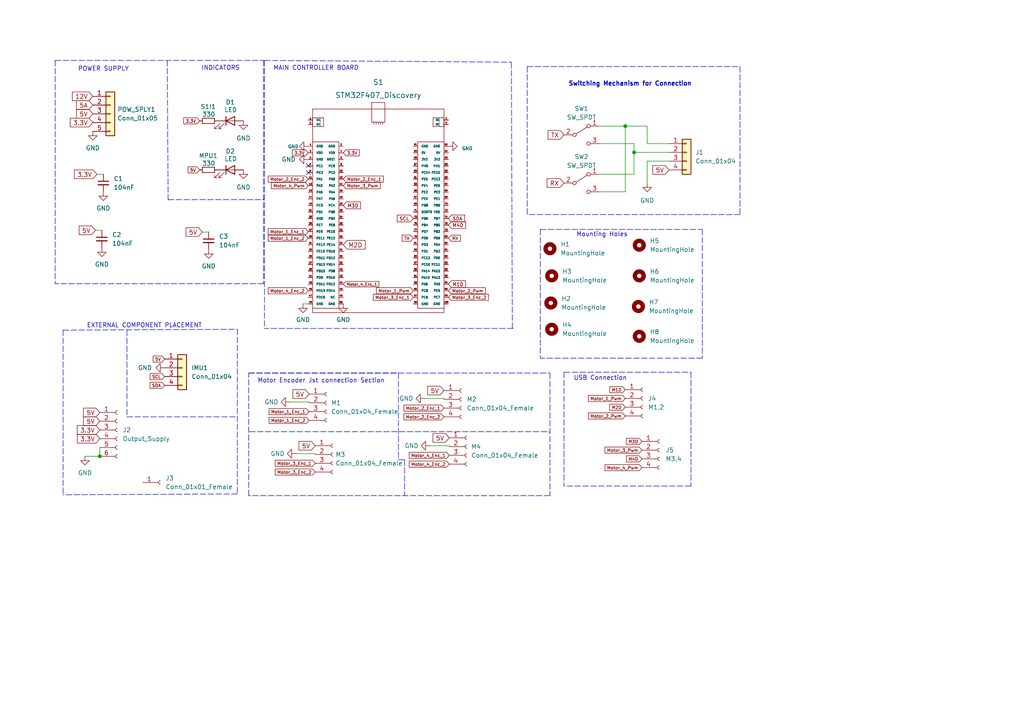
<source format=kicad_sch>
(kicad_sch (version 20211123) (generator eeschema)
  (paper "A4")
  (lib_symbols
    (symbol "Connector:Conn_01x01_Female" (pin_names (offset 1.016) hide)
      (property "Reference" "J" (at 0 2.54 0))
      (property "Value" "Conn_01x01_Female" (at 0 -2.54 0))
      (symbol "Conn_01x01_Female_1_1"
        (polyline (pts (xy -1.27 0) (xy -0.508 0)) (stroke (width 0.1524)))
        (arc (start 0 0.508) (mid -0.508 0) (end 0 -0.508) (stroke (width 0.1524)))
        (pin passive line (at -5.08 0 0) (length 3.81) (name "Pin_1") (number "1"))
      )
    )
    (symbol "Connector:Conn_01x04_Female" (pin_names (offset 1.016) hide)
      (property "Reference" "J" (at 0 5.08 0))
      (property "Value" "Conn_01x04_Female" (at 0 -7.62 0))
      (symbol "Conn_01x04_Female_1_1"
        (arc (start 0 -4.572) (mid -0.508 -5.08) (end 0 -5.588) (stroke (width 0.1524)))
        (arc (start 0 -2.032) (mid -0.508 -2.54) (end 0 -3.048) (stroke (width 0.1524)))
        (polyline (pts (xy -1.27 -5.08) (xy -0.508 -5.08)) (stroke (width 0.1524)))
        (polyline (pts (xy -1.27 -2.54) (xy -0.508 -2.54)) (stroke (width 0.1524)))
        (polyline (pts (xy -1.27 0) (xy -0.508 0)) (stroke (width 0.1524)))
        (polyline (pts (xy -1.27 2.54) (xy -0.508 2.54)) (stroke (width 0.1524)))
        (arc (start 0 0.508) (mid -0.508 0) (end 0 -0.508) (stroke (width 0.1524)))
        (arc (start 0 3.048) (mid -0.508 2.54) (end 0 2.032) (stroke (width 0.1524)))
        (pin passive line (at -5.08 2.54 0) (length 3.81) (name "Pin_1") (number "1"))
        (pin passive line (at -5.08 0 0) (length 3.81) (name "Pin_2") (number "2"))
        (pin passive line (at -5.08 -2.54 0) (length 3.81) (name "Pin_3") (number "3"))
        (pin passive line (at -5.08 -5.08 0) (length 3.81) (name "Pin_4") (number "4"))
      )
    )
    (symbol "Connector:Conn_01x06_Female" (pin_names (offset 1.016) hide)
      (property "Reference" "J" (at 0 7.62 0))
      (property "Value" "Conn_01x06_Female" (at 0 -10.16 0))
      (symbol "Conn_01x06_Female_1_1"
        (arc (start 0 -7.112) (mid -0.508 -7.62) (end 0 -8.128) (stroke (width 0.1524)))
        (arc (start 0 -4.572) (mid -0.508 -5.08) (end 0 -5.588) (stroke (width 0.1524)))
        (arc (start 0 -2.032) (mid -0.508 -2.54) (end 0 -3.048) (stroke (width 0.1524)))
        (polyline (pts (xy -1.27 -7.62) (xy -0.508 -7.62)) (stroke (width 0.1524)))
        (polyline (pts (xy -1.27 -5.08) (xy -0.508 -5.08)) (stroke (width 0.1524)))
        (polyline (pts (xy -1.27 -2.54) (xy -0.508 -2.54)) (stroke (width 0.1524)))
        (polyline (pts (xy -1.27 0) (xy -0.508 0)) (stroke (width 0.1524)))
        (polyline (pts (xy -1.27 2.54) (xy -0.508 2.54)) (stroke (width 0.1524)))
        (polyline (pts (xy -1.27 5.08) (xy -0.508 5.08)) (stroke (width 0.1524)))
        (arc (start 0 0.508) (mid -0.508 0) (end 0 -0.508) (stroke (width 0.1524)))
        (arc (start 0 3.048) (mid -0.508 2.54) (end 0 2.032) (stroke (width 0.1524)))
        (arc (start 0 5.588) (mid -0.508 5.08) (end 0 4.572) (stroke (width 0.1524)))
        (pin passive line (at -5.08 5.08 0) (length 3.81) (name "Pin_1") (number "1"))
        (pin passive line (at -5.08 2.54 0) (length 3.81) (name "Pin_2") (number "2"))
        (pin passive line (at -5.08 0 0) (length 3.81) (name "Pin_3") (number "3"))
        (pin passive line (at -5.08 -2.54 0) (length 3.81) (name "Pin_4") (number "4"))
        (pin passive line (at -5.08 -5.08 0) (length 3.81) (name "Pin_5") (number "5"))
        (pin passive line (at -5.08 -7.62 0) (length 3.81) (name "Pin_6") (number "6"))
      )
    )
    (symbol "Connector_Generic:Conn_01x04" (pin_names (offset 1.016) hide)
      (property "Reference" "J" (at 0 5.08 0))
      (property "Value" "Conn_01x04" (at 0 -7.62 0))
      (symbol "Conn_01x04_1_1"
        (rectangle (start -1.27 -4.953) (end 0 -5.207) (stroke (width 0.1524)))
        (rectangle (start -1.27 -2.413) (end 0 -2.667) (stroke (width 0.1524)))
        (rectangle (start -1.27 0.127) (end 0 -0.127) (stroke (width 0.1524)))
        (rectangle (start -1.27 2.667) (end 0 2.413) (stroke (width 0.1524)))
        (rectangle (start -1.27 3.81) (end 1.27 -6.35) (stroke (width 0.254)) (fill (type background)))
        (pin passive line (at -5.08 2.54 0) (length 3.81) (name "Pin_1") (number "1"))
        (pin passive line (at -5.08 0 0) (length 3.81) (name "Pin_2") (number "2"))
        (pin passive line (at -5.08 -2.54 0) (length 3.81) (name "Pin_3") (number "3"))
        (pin passive line (at -5.08 -5.08 0) (length 3.81) (name "Pin_4") (number "4"))
      )
    )
    (symbol "Connector_Generic:Conn_01x05" (pin_names (offset 1.016) hide)
      (property "Reference" "J" (at 0 7.62 0))
      (property "Value" "Conn_01x05" (at 0 -7.62 0))
      (symbol "Conn_01x05_1_1"
        (rectangle (start -1.27 -4.953) (end 0 -5.207) (stroke (width 0.1524)))
        (rectangle (start -1.27 -2.413) (end 0 -2.667) (stroke (width 0.1524)))
        (rectangle (start -1.27 0.127) (end 0 -0.127) (stroke (width 0.1524)))
        (rectangle (start -1.27 2.667) (end 0 2.413) (stroke (width 0.1524)))
        (rectangle (start -1.27 5.207) (end 0 4.953) (stroke (width 0.1524)))
        (rectangle (start -1.27 6.35) (end 1.27 -6.35) (stroke (width 0.254)) (fill (type background)))
        (pin passive line (at -5.08 5.08 0) (length 3.81) (name "Pin_1") (number "1"))
        (pin passive line (at -5.08 2.54 0) (length 3.81) (name "Pin_2") (number "2"))
        (pin passive line (at -5.08 0 0) (length 3.81) (name "Pin_3") (number "3"))
        (pin passive line (at -5.08 -2.54 0) (length 3.81) (name "Pin_4") (number "4"))
        (pin passive line (at -5.08 -5.08 0) (length 3.81) (name "Pin_5") (number "5"))
      )
    )
    (symbol "Device:C_Small" (pin_numbers hide) (pin_names (offset 0.254) hide)
      (property "Reference" "C" (at 0.254 1.778 0))
      (property "Value" "C_Small" (at 0.254 -2.032 0))
      (symbol "C_Small_0_1"
        (polyline (pts (xy -1.524 -0.508) (xy 1.524 -0.508)) (stroke (width 0.3302)))
        (polyline (pts (xy -1.524 0.508) (xy 1.524 0.508)) (stroke (width 0.3048)))
      )
      (symbol "C_Small_1_1"
        (pin passive line (at 0 2.54 270) (length 2.032) (name "~") (number "1"))
        (pin passive line (at 0 -2.54 90) (length 2.032) (name "~") (number "2"))
      )
    )
    (symbol "Device:LED" (pin_numbers hide) (pin_names (offset 1.016) hide)
      (property "Reference" "D" (at 0 2.54 0))
      (property "Value" "LED" (at 0 -2.54 0))
      (symbol "LED_0_1"
        (polyline (pts (xy -1.27 -1.27) (xy -1.27 1.27)) (stroke (width 0.254)))
        (polyline (pts (xy -1.27 0) (xy 1.27 0)))
        (polyline (pts (xy 1.27 -1.27) (xy 1.27 1.27) (xy -1.27 0) (xy 1.27 -1.27)) (stroke (width 0.254)))
        (polyline (pts (xy -3.048 -0.762) (xy -4.572 -2.286) (xy -3.81 -2.286) (xy -4.572 -2.286) (xy -4.572 -1.524)))
        (polyline (pts (xy -1.778 -0.762) (xy -3.302 -2.286) (xy -2.54 -2.286) (xy -3.302 -2.286) (xy -3.302 -1.524)))
      )
      (symbol "LED_1_1"
        (pin passive line (at -3.81 0 0) (length 2.54) (name "K") (number "1"))
        (pin passive line (at 3.81 0 180) (length 2.54) (name "A") (number "2"))
      )
    )
    (symbol "Device:R_Small" (pin_numbers hide) (pin_names (offset 0.254) hide)
      (property "Reference" "R" (at 0.762 0.508 0))
      (property "Value" "R_Small" (at 0.762 -1.016 0))
      (symbol "R_Small_0_1"
        (rectangle (start -0.762 1.778) (end 0.762 -1.778) (stroke (width 0.2032)))
      )
      (symbol "R_Small_1_1"
        (pin passive line (at 0 2.54 270) (length 0.762) (name "~") (number "1"))
        (pin passive line (at 0 -2.54 90) (length 0.762) (name "~") (number "2"))
      )
    )
    (symbol "Mechanical:MountingHole" (pin_names (offset 1.016))
      (property "Reference" "H" (at 0 5.08 0))
      (property "Value" "MountingHole" (at 0 3.175 0))
      (symbol "MountingHole_0_1"
        (circle (center 0 0) (radius 1.27) (stroke (width 1.27)))
      )
    )
    (symbol "Prashant_library:STM32F407_Discovery" (pin_names (offset 1.016))
      (property "Reference" "U" (at 4.445 40.64 0))
      (property "Value" "STM32F407_Discovery" (at 6.985 -21.59 0))
      (symbol "STM32F407_Discovery_0_1"
        (rectangle (start -19.05 29.845) (end -11.43 -18.415))
        (rectangle (start -19.05 36.83) (end -15.875 34.29))
        (rectangle (start -1.905 41.275) (end 1.905 35.56))
        (polyline (pts (xy -1.27 35.56) (xy -1.27 34.925)))
        (polyline (pts (xy -0.635 35.56) (xy -0.635 34.925)))
        (polyline (pts (xy 0 35.56) (xy 0 34.925)))
        (polyline (pts (xy 0.635 35.56) (xy 0.635 34.925)))
        (polyline (pts (xy 1.27 35.56) (xy 1.27 34.925)))
        (polyline (pts (xy -19.05 -18.415) (xy -19.05 -19.685) (xy 19.05 -19.685) (xy 19.05 -18.415)))
        (polyline (pts (xy -19.05 29.845) (xy -19.05 39.37) (xy 19.05 39.37) (xy 19.05 29.845)))
        (rectangle (start 11.43 29.845) (end 19.05 -18.415))
        (rectangle (start 19.05 36.83) (end 15.875 34.29))
      )
      (symbol "STM32F407_Discovery_1_1"
        (pin input line (at -20.32 28.575 0) (length 1.27) (name "GND") (number "1"))
        (pin input line (at -10.16 20.955 180) (length 1.27) (name "PC2") (number "10"))
        (pin input line (at 20.32 -17.145 180) (length 1.27) (name "GND") (number "100"))
        (pin input line (at -20.32 19.05 0) (length 1.27) (name "PA1") (number "11"))
        (pin input line (at -10.16 19.05 180) (length 1.27) (name "PA0") (number "12"))
        (pin input line (at -20.32 17.145 0) (length 1.27) (name "PA3") (number "13"))
        (pin input line (at -10.16 17.145 180) (length 1.27) (name "PA2") (number "14"))
        (pin input line (at -20.32 15.24 0) (length 1.27) (name "PA5") (number "15"))
        (pin input line (at -10.16 15.24 180) (length 1.27) (name "PA4") (number "16"))
        (pin input line (at -20.32 13.335 0) (length 1.27) (name "PA7") (number "17"))
        (pin input line (at -10.16 13.335 180) (length 1.27) (name "PA6") (number "18"))
        (pin input line (at -20.32 11.43 0) (length 1.27) (name "PC5") (number "19"))
        (pin input line (at -10.16 28.575 180) (length 1.27) (name "GND") (number "2"))
        (pin input line (at -10.16 11.43 180) (length 1.27) (name "PC4") (number "20"))
        (pin input line (at -20.32 9.525 0) (length 1.27) (name "PB1") (number "21"))
        (pin input line (at -10.16 9.525 180) (length 1.27) (name "PB0") (number "22"))
        (pin input line (at -20.32 7.62 0) (length 1.27) (name "GND") (number "23"))
        (pin input line (at -10.16 7.62 180) (length 1.27) (name "PB2") (number "24"))
        (pin input line (at -20.32 5.715 0) (length 1.27) (name "PE7") (number "25"))
        (pin input line (at -10.16 5.715 180) (length 1.27) (name "PE8") (number "26"))
        (pin input line (at -20.32 3.81 0) (length 1.27) (name "PE9") (number "27"))
        (pin input line (at -10.16 3.81 180) (length 1.27) (name "PE10") (number "28"))
        (pin input line (at -20.32 1.905 0) (length 1.27) (name "PE11") (number "29"))
        (pin input line (at -20.32 26.67 0) (length 1.27) (name "VDD") (number "3"))
        (pin input line (at -10.16 1.905 180) (length 1.27) (name "PE12") (number "30"))
        (pin input line (at -20.32 0 0) (length 1.27) (name "PE13") (number "31"))
        (pin input line (at -10.16 0 180) (length 1.27) (name "PE14") (number "32"))
        (pin input line (at -20.32 -1.905 0) (length 1.27) (name "PE15") (number "33"))
        (pin input line (at -10.16 -1.905 180) (length 1.27) (name "PB10") (number "34"))
        (pin input line (at -20.32 -3.81 0) (length 1.27) (name "PB11") (number "35"))
        (pin input line (at -10.16 -3.81 180) (length 1.27) (name "PB12") (number "36"))
        (pin input line (at -20.32 -5.715 0) (length 1.27) (name "PB13") (number "37"))
        (pin input line (at -10.16 -5.715 180) (length 1.27) (name "PB14") (number "38"))
        (pin input line (at -20.32 -7.62 0) (length 1.27) (name "PB15") (number "39"))
        (pin input line (at -10.16 26.67 180) (length 1.27) (name "VDD") (number "4"))
        (pin input line (at -10.16 -7.62 180) (length 1.27) (name "PD8") (number "40"))
        (pin input line (at -20.32 -9.525 0) (length 1.27) (name "PD9") (number "41"))
        (pin input line (at -10.16 -9.525 180) (length 1.27) (name "PD10") (number "42"))
        (pin input line (at -20.32 -11.43 0) (length 1.27) (name "PD11") (number "43"))
        (pin input line (at -10.16 -11.43 180) (length 1.27) (name "PD12") (number "44"))
        (pin input line (at -20.32 -13.335 0) (length 1.27) (name "PD13") (number "45"))
        (pin input line (at -10.16 -13.335 180) (length 1.27) (name "PD14") (number "46"))
        (pin input line (at -20.32 -15.24 0) (length 1.27) (name "PD15") (number "47"))
        (pin input line (at -10.16 -15.24 180) (length 1.27) (name "NC") (number "48"))
        (pin input line (at -20.32 -17.145 0) (length 1.27) (name "GND") (number "49"))
        (pin input line (at -20.32 24.765 0) (length 1.27) (name "GND") (number "5"))
        (pin input line (at -10.16 -17.145 180) (length 1.27) (name "GND") (number "50"))
        (pin input line (at 10.16 28.575 0) (length 1.27) (name "GND") (number "51"))
        (pin input line (at 20.32 28.575 180) (length 1.27) (name "GND") (number "52"))
        (pin input line (at 10.16 26.67 0) (length 1.27) (name "5V") (number "53"))
        (pin input line (at 20.32 26.67 180) (length 1.27) (name "5V") (number "54"))
        (pin input line (at 10.16 24.765 0) (length 1.27) (name "3V3") (number "55"))
        (pin input line (at 20.32 24.765 180) (length 1.27) (name "3V3") (number "56"))
        (pin input line (at 10.16 22.86 0) (length 1.27) (name "PH0") (number "57"))
        (pin input line (at 20.32 22.86 180) (length 1.27) (name "PH1") (number "58"))
        (pin input line (at 10.16 20.955 0) (length 1.27) (name "PC14") (number "59"))
        (pin input line (at -10.16 24.765 180) (length 1.27) (name "NRST") (number "6"))
        (pin input line (at 20.32 20.955 180) (length 1.27) (name "PC15") (number "60"))
        (pin input line (at 10.16 19.05 0) (length 1.27) (name "PE6") (number "61"))
        (pin input line (at 20.32 19.05 180) (length 1.27) (name "PC13") (number "62"))
        (pin input line (at 10.16 17.145 0) (length 1.27) (name "PE4") (number "63"))
        (pin input line (at 20.32 17.145 180) (length 1.27) (name "PE5") (number "64"))
        (pin input line (at 10.16 15.24 0) (length 1.27) (name "PE2") (number "65"))
        (pin input line (at 20.32 15.24 180) (length 1.27) (name "PE3") (number "66"))
        (pin input line (at 10.16 13.335 0) (length 1.27) (name "PE0") (number "67"))
        (pin input line (at 20.32 13.335 180) (length 1.27) (name "PE1") (number "68"))
        (pin input line (at 10.16 11.43 0) (length 1.27) (name "PB8") (number "69"))
        (pin input line (at -20.32 22.86 0) (length 1.27) (name "PC1") (number "7"))
        (pin input line (at 20.32 11.43 180) (length 1.27) (name "PB9") (number "70"))
        (pin input line (at 10.16 9.525 0) (length 1.27) (name "BOOT0") (number "71"))
        (pin input line (at 20.32 9.525 180) (length 1.27) (name "VDD") (number "72"))
        (pin input line (at 10.16 7.62 0) (length 1.27) (name "PB6") (number "73"))
        (pin input line (at 20.32 7.62 180) (length 1.27) (name "PB7") (number "74"))
        (pin input line (at 10.16 5.715 0) (length 1.27) (name "PB4") (number "75"))
        (pin input line (at 20.32 5.715 180) (length 1.27) (name "PB5") (number "76"))
        (pin input line (at 10.16 3.81 0) (length 1.27) (name "PD7") (number "77"))
        (pin input line (at 20.32 3.81 180) (length 1.27) (name "PB3") (number "78"))
        (pin input line (at 10.16 1.905 0) (length 1.27) (name "PD5") (number "79"))
        (pin input line (at -10.16 22.86 180) (length 1.27) (name "PC0") (number "8"))
        (pin input line (at 20.32 1.905 180) (length 1.27) (name "PD6") (number "80"))
        (pin input line (at 10.16 0 0) (length 1.27) (name "PD3") (number "81"))
        (pin input line (at 20.32 0 180) (length 1.27) (name "PD4") (number "82"))
        (pin input line (at 10.16 -1.905 0) (length 1.27) (name "PD1") (number "83"))
        (pin input line (at 20.32 -1.905 180) (length 1.27) (name "PD2") (number "84"))
        (pin input line (at 10.16 -3.81 0) (length 1.27) (name "PC12") (number "85"))
        (pin input line (at 20.32 -3.81 180) (length 1.27) (name "PD0") (number "86"))
        (pin input line (at 10.16 -5.715 0) (length 1.27) (name "PC10") (number "87"))
        (pin input line (at 20.32 -5.715 180) (length 1.27) (name "PC11") (number "88"))
        (pin input line (at 10.16 -7.62 0) (length 1.27) (name "PA14") (number "89"))
        (pin input line (at -20.32 20.955 0) (length 1.27) (name "PC3") (number "9"))
        (pin input line (at 20.32 -7.62 180) (length 1.27) (name "PA15") (number "90"))
        (pin input line (at 10.16 -9.525 0) (length 1.27) (name "PA10") (number "91"))
        (pin input line (at 20.32 -9.525 180) (length 1.27) (name "PA13") (number "92"))
        (pin input line (at 10.16 -11.43 0) (length 1.27) (name "PA8") (number "93"))
        (pin input line (at 20.32 -11.43 180) (length 1.27) (name "PA9") (number "94"))
        (pin input line (at 10.16 -13.335 0) (length 1.27) (name "PC8") (number "95"))
        (pin input line (at 20.32 -13.335 180) (length 1.27) (name "PC9") (number "96"))
        (pin input line (at 10.16 -15.24 0) (length 1.27) (name "PC6") (number "97"))
        (pin input line (at 20.32 -15.24 180) (length 1.27) (name "PC7") (number "98"))
        (pin input line (at 10.16 -17.145 0) (length 1.27) (name "GND") (number "99"))
        (pin input line (at -20.32 36.195 0) (length 1.27) (name "NC") (number "a"))
        (pin input line (at -20.32 34.925 0) (length 1.27) (name "NC") (number "b"))
        (pin input line (at 20.32 36.195 180) (length 1.27) (name "NC") (number "c"))
        (pin input line (at 20.32 34.925 180) (length 1.27) (name "NC") (number "d"))
      )
    )
    (symbol "Switch:SW_SPDT" (pin_names (offset 0) hide)
      (property "Reference" "SW" (at 0 4.318 0))
      (property "Value" "SW_SPDT" (at 0 -5.08 0))
      (symbol "SW_SPDT_0_0"
        (circle (center -2.032 0) (radius 0.508))
        (circle (center 2.032 -2.54) (radius 0.508))
      )
      (symbol "SW_SPDT_0_1"
        (polyline (pts (xy -1.524 0.254) (xy 1.651 2.286)))
        (circle (center 2.032 2.54) (radius 0.508))
      )
      (symbol "SW_SPDT_1_1"
        (pin passive line (at 5.08 2.54 180) (length 2.54) (name "A") (number "1"))
        (pin passive line (at -5.08 0 0) (length 2.54) (name "B") (number "2"))
        (pin passive line (at 5.08 -2.54 180) (length 2.54) (name "C") (number "3"))
      )
    )
    (symbol "power:GND" (power) (pin_names (offset 0))
      (property "Value" "GND" (at 0 -3.81 0))
      (symbol "GND_0_1"
        (polyline (pts (xy 0 0) (xy 0 -1.27) (xy 1.27 -1.27) (xy 0 -2.54) (xy -1.27 -1.27) (xy 0 -1.27)))
      )
      (symbol "GND_1_1"
        (pin power_in line (at 0 0 270) (length 0) hide (name "GND") (number "1"))
      )
    )
  )
  (junction (at 183.896 44.196))
  (junction (at 181.356 36.576))
  (junction (at 28.956 132.334))
  (no_connect (at 89.408 48.006))
  (no_connect (at 89.408 50.038))
  (wire (pts (xy 27.686 66.802) (xy 29.5402 66.802)))
  (polyline (pts (xy 76.454 57.912) (xy 76.454 57.658)))
  (polyline (pts (xy 72.39 125.222) (xy 159.258 125.222)))
  (polyline (pts (xy 163.576 107.95) (xy 163.576 140.97)))
  (polyline (pts (xy 159.258 125.476) (xy 159.258 125.222)))
  (polyline (pts (xy 148.59 95.25) (xy 148.336 18.034)))
  (wire (pts (xy 123.19 115.57) (xy 128.778 115.57)))
  (polyline (pts (xy 159.512 143.764) (xy 72.136 143.764)))
  (wire (pts (xy 89.662 116.586) (xy 89.662 116.84)))
  (wire (pts (xy 28.956 129.794) (xy 28.956 132.334)))
  (polyline (pts (xy 163.576 107.95) (xy 200.406 107.95)))
  (polyline (pts (xy 68.834 143.256) (xy 18.288 143.51)))
  (polyline (pts (xy 148.336 18.034) (xy 148.336 18.034)))
  (polyline (pts (xy 214.63 62.23) (xy 152.908 62.23)))
  (polyline (pts (xy 156.718 66.548) (xy 156.718 103.886)))
  (polyline (pts (xy 203.708 103.886) (xy 156.718 103.886)))
  (polyline (pts (xy 36.83 120.904) (xy 68.834 120.904)))
  (wire (pts (xy 181.356 55.626) (xy 181.356 36.576)))
  (wire (pts (xy 58.674 67.31) (xy 60.5282 67.31)))
  (wire (pts (xy 183.896 44.196) (xy 194.056 44.196)))
  (polyline (pts (xy 203.708 66.548) (xy 203.708 103.886)))
  (polyline (pts (xy 152.908 19.304) (xy 152.908 62.23)))
  (polyline (pts (xy 16.002 17.526) (xy 76.454 17.526)))
  (polyline (pts (xy 200.406 140.97) (xy 163.576 140.97)))
  (polyline (pts (xy 18.288 95.758) (xy 18.288 143.51)))
  (polyline (pts (xy 117.348 133.35) (xy 117.348 143.764)))
  (polyline (pts (xy 72.136 108.204) (xy 159.512 108.204)))
  (wire (pts (xy 173.736 41.656) (xy 183.896 41.656)))
  (wire (pts (xy 173.736 55.626) (xy 181.356 55.626)))
  (polyline (pts (xy 152.908 19.304) (xy 214.63 19.304)))
  (wire (pts (xy 181.356 36.576) (xy 187.706 36.576)))
  (polyline (pts (xy 115.57 108.204) (xy 115.57 133.35)))
  (wire (pts (xy 187.706 41.656) (xy 194.056 41.656)))
  (wire (pts (xy 173.736 36.576) (xy 181.356 36.576)))
  (polyline (pts (xy 16.002 17.526) (xy 16.002 82.296)))
  (wire (pts (xy 28.1178 50.546) (xy 29.972 50.546)))
  (polyline (pts (xy 48.768 57.912) (xy 76.454 57.912)))
  (polyline (pts (xy 18.288 95.758) (xy 68.834 95.504)))
  (wire (pts (xy 187.706 46.736) (xy 187.706 53.086)))
  (wire (pts (xy 187.706 36.576) (xy 187.706 41.656)))
  (wire (pts (xy 183.896 41.656) (xy 183.896 44.196)))
  (polyline (pts (xy 156.718 66.548) (xy 203.708 66.548)))
  (wire (pts (xy 91.44 131.572) (xy 91.44 131.826)))
  (wire (pts (xy 84.074 116.586) (xy 89.662 116.586)))
  (polyline (pts (xy 76.708 17.526) (xy 148.336 18.034)))
  (wire (pts (xy 124.714 129.286) (xy 130.302 129.286)))
  (polyline (pts (xy 76.454 82.296) (xy 16.002 82.296)))
  (polyline (pts (xy 200.406 107.95) (xy 200.406 140.97)))
  (polyline (pts (xy 159.512 108.204) (xy 159.512 143.764)))
  (polyline (pts (xy 76.454 17.526) (xy 76.454 82.296)))
  (wire (pts (xy 128.778 115.57) (xy 128.778 115.824)))
  (wire (pts (xy 24.638 132.334) (xy 28.956 132.334)))
  (wire (pts (xy 173.736 50.546) (xy 183.896 50.546)))
  (polyline (pts (xy 36.83 95.758) (xy 36.83 120.904)))
  (polyline (pts (xy 72.136 108.204) (xy 115.57 108.204)))
  (wire (pts (xy 194.056 46.736) (xy 187.706 46.736)))
  (polyline (pts (xy 76.708 17.526) (xy 76.708 95.25)))
  (polyline (pts (xy 68.834 95.504) (xy 68.834 143.002)))
  (polyline (pts (xy 148.844 95.25) (xy 76.708 95.25)))
  (wire (pts (xy 87.884 88.138) (xy 89.408 88.138)))
  (wire (pts (xy 85.852 131.572) (xy 91.44 131.572)))
  (polyline (pts (xy 72.136 143.764) (xy 72.136 108.204)))
  (wire (pts (xy 183.896 50.546) (xy 183.896 44.196)))
  (polyline (pts (xy 115.57 133.35) (xy 117.348 133.35)))
  (wire (pts (xy 130.302 129.286) (xy 130.302 129.54)))
  (polyline (pts (xy 214.63 19.304) (xy 214.63 62.23)))
  (polyline (pts (xy 48.514 17.526) (xy 48.768 58.42)))
  (text "MAIN CONTROLLER BOARD\n" (at 79.248 20.574 0) (effects (font (size 1.27 1.27)) (justify left bottom)))
  (text "EXTERNAL COMPONENT PLACEMENT\n" (at 25.146 95.25 0) (effects (font (size 1.27 1.27)) (justify left bottom)))
  (text "Motor Encoder Jst connection Section\n" (at 74.676 111.252 0) (effects (font (size 1.27 1.27)) (justify left bottom)))
  (text "INDICATORS\n" (at 58.42 20.574 0) (effects (font (size 1.27 1.27)) (justify left bottom)))
  (text "Mounting Holes\n" (at 167.132 68.834 0) (effects (font (size 1.27 1.27)) (justify left bottom)))
  (text "Switching Mechanism for Connection" (at 164.846 25.146 0) (effects (font (size 1.27 1.27) bold) (justify left bottom)))
  (text "USB Connection" (at 166.37 110.49 0) (effects (font (size 1.27 1.27)) (justify left bottom)))
  (text "POWER SUPPLY" (at 22.606 20.828 0) (effects (font (size 1.27 1.27)) (justify left bottom)))
  (global_label "RX" (shape input) (at 130.048 69.088 0) (effects (font (size 0.9 0.9))) (property "Intersheet References" "${INTERSHEET_REFS}" (effects hide)))
  (global_label "5V" (shape input) (at 28.956 119.634 180) (property "Intersheet References" "${INTERSHEET_REFS}" (effects hide)))
  (global_label "M3D" (shape input) (at 99.568 59.563 0) (effects (font (size 1 1))) (property "Intersheet References" "${INTERSHEET_REFS}" (effects hide)))
  (global_label "M4D" (shape input) (at 130.048 65.278 0) (effects (font (size 1 1))) (property "Intersheet References" "${INTERSHEET_REFS}" (effects hide)))
  (global_label "5V" (shape input) (at 130.302 127 180) (property "Intersheet References" "${INTERSHEET_REFS}" (effects hide)))
  (global_label "3.3V" (shape input) (at 99.568 44.323 0) (effects (font (size 0.9 0.9))) (property "Intersheet References" "${INTERSHEET_REFS}" (effects hide)))
  (global_label "Motor_3_Pwm" (shape input) (at 186.182 130.556 180) (effects (font (size 0.9 0.9))) (property "Intersheet References" "${INTERSHEET_REFS}" (effects hide)))
  (global_label "Motor_2_Enc_2" (shape input) (at 89.408 51.943 180) (effects (font (size 0.9 0.9))) (property "Intersheet References" "${INTERSHEET_REFS}" (effects hide)))
  (global_label "5V" (shape input) (at 57.912 49.276 180) (effects (font (size 0.9 0.9))) (property "Intersheet References" "${INTERSHEET_REFS}" (effects hide)))
  (global_label "M2D" (shape input) (at 99.568 70.993 0) (property "Intersheet References" "${INTERSHEET_REFS}" (effects hide)))
  (global_label "Motor_2_Enc_2" (shape input) (at 128.778 120.904 180) (effects (font (size 0.9 0.9))) (property "Intersheet References" "${INTERSHEET_REFS}" (effects hide)))
  (global_label "Motor_2_Enc_1" (shape input) (at 128.778 118.364 180) (effects (font (size 0.9 0.9))) (property "Intersheet References" "${INTERSHEET_REFS}" (effects hide)))
  (global_label "Motor_1_Enc_1" (shape input) (at 89.408 67.183 180) (effects (font (size 0.9 0.9))) (property "Intersheet References" "${INTERSHEET_REFS}" (effects hide)))
  (global_label "5A" (shape input) (at 26.924 30.48 180) (property "Intersheet References" "${INTERSHEET_REFS}" (effects hide)))
  (global_label "Motor_1_Enc_2" (shape input) (at 89.408 69.088 180) (effects (font (size 0.9 0.9))) (property "Intersheet References" "${INTERSHEET_REFS}" (effects hide)))
  (global_label "Motor_1_Pwm" (shape input) (at 119.888 84.328 180) (effects (font (size 0.9 0.9))) (property "Intersheet References" "${INTERSHEET_REFS}" (effects hide)))
  (global_label "M4D" (shape input) (at 186.182 133.096 180) (effects (font (size 0.9 0.9))) (property "Intersheet References" "${INTERSHEET_REFS}" (effects hide)))
  (global_label "RX" (shape input) (at 163.576 53.086 180) (property "Intersheet References" "${INTERSHEET_REFS}" (effects hide)))
  (global_label "M2D" (shape input) (at 181.356 118.11 180) (effects (font (size 0.9 0.9))) (property "Intersheet References" "${INTERSHEET_REFS}" (effects hide)))
  (global_label "5V" (shape input) (at 128.778 113.284 180) (property "Intersheet References" "${INTERSHEET_REFS}" (effects hide)))
  (global_label "Motor_1_Pwm" (shape input) (at 181.356 115.57 180) (effects (font (size 0.9 0.9))) (property "Intersheet References" "${INTERSHEET_REFS}" (effects hide)))
  (global_label "Motor_3_Enc_2" (shape input) (at 91.44 136.906 180) (effects (font (size 0.9 0.9))) (property "Intersheet References" "${INTERSHEET_REFS}" (effects hide)))
  (global_label "M1D" (shape input) (at 181.356 113.03 180) (effects (font (size 0.9 0.9))) (property "Intersheet References" "${INTERSHEET_REFS}" (effects hide)))
  (global_label "TX" (shape input) (at 119.888 69.088 180) (effects (font (size 0.9 0.9))) (property "Intersheet References" "${INTERSHEET_REFS}" (effects hide)))
  (global_label "Motor_4_Enc_2" (shape input) (at 89.408 84.328 180) (effects (font (size 0.9 0.9))) (property "Intersheet References" "${INTERSHEET_REFS}" (effects hide)))
  (global_label "3.3V" (shape input) (at 28.1178 50.546 180) (property "Intersheet References" "${INTERSHEET_REFS}" (effects hide)))
  (global_label "Motor_1_Enc_1" (shape input) (at 89.662 119.38 180) (effects (font (size 0.9 0.9))) (property "Intersheet References" "${INTERSHEET_REFS}" (effects hide)))
  (global_label "3.3V" (shape input) (at 89.408 44.323 180) (effects (font (size 0.9 0.9))) (property "Intersheet References" "${INTERSHEET_REFS}" (effects hide)))
  (global_label "5V" (shape input) (at 194.056 49.276 180) (property "Intersheet References" "${INTERSHEET_REFS}" (effects hide)))
  (global_label "5V" (shape input) (at 89.662 114.3 180) (property "Intersheet References" "${INTERSHEET_REFS}" (effects hide)))
  (global_label "Motor_3_Pwm" (shape input) (at 99.568 53.848 0) (effects (font (size 0.9 0.9))) (property "Intersheet References" "${INTERSHEET_REFS}" (effects hide)))
  (global_label "Motor_1_Enc_2" (shape input) (at 89.662 121.92 180) (effects (font (size 0.9 0.9))) (property "Intersheet References" "${INTERSHEET_REFS}" (effects hide)))
  (global_label "5V" (shape input) (at 58.674 67.31 180) (property "Intersheet References" "${INTERSHEET_REFS}" (effects hide)))
  (global_label "5V" (shape input) (at 26.924 33.02 180) (property "Intersheet References" "${INTERSHEET_REFS}" (effects hide)))
  (global_label "Motor_3_Enc_2" (shape input) (at 130.048 86.233 0) (effects (font (size 0.9 0.9))) (property "Intersheet References" "${INTERSHEET_REFS}" (effects hide)))
  (global_label "Motor_4_Pwm" (shape input) (at 186.182 135.636 180) (effects (font (size 0.9 0.9))) (property "Intersheet References" "${INTERSHEET_REFS}" (effects hide)))
  (global_label "Motor_4_Enc_2" (shape input) (at 130.302 134.62 180) (effects (font (size 0.9 0.9))) (property "Intersheet References" "${INTERSHEET_REFS}" (effects hide)))
  (global_label "SCL" (shape input) (at 119.888 63.373 180) (effects (font (size 1 1))) (property "Intersheet References" "${INTERSHEET_REFS}" (effects hide)))
  (global_label "TX" (shape input) (at 163.576 39.116 180) (property "Intersheet References" "${INTERSHEET_REFS}" (effects hide)))
  (global_label "M3D" (shape input) (at 186.182 128.016 180) (effects (font (size 0.9 0.9))) (property "Intersheet References" "${INTERSHEET_REFS}" (effects hide)))
  (global_label "SDA" (shape input) (at 130.048 63.373 0) (effects (font (size 1 1))) (property "Intersheet References" "${INTERSHEET_REFS}" (effects hide)))
  (global_label "5V" (shape input) (at 27.686 66.802 180) (property "Intersheet References" "${INTERSHEET_REFS}" (effects hide)))
  (global_label "3.3V" (shape input) (at 26.924 35.56 180) (property "Intersheet References" "${INTERSHEET_REFS}" (effects hide)))
  (global_label "Motor_3_Enc_1" (shape input) (at 119.888 86.233 180) (effects (font (size 0.9 0.9))) (property "Intersheet References" "${INTERSHEET_REFS}" (effects hide)))
  (global_label "Motor_2_Pwm" (shape input) (at 130.048 84.328 0) (effects (font (size 0.9 0.9))) (property "Intersheet References" "${INTERSHEET_REFS}" (effects hide)))
  (global_label "M1D" (shape input) (at 130.048 82.423 0) (effects (font (size 1 1))) (property "Intersheet References" "${INTERSHEET_REFS}" (effects hide)))
  (global_label "Motor_4_Pwm" (shape input) (at 89.408 53.848 180) (effects (font (size 0.9 0.9))) (property "Intersheet References" "${INTERSHEET_REFS}" (effects hide)))
  (global_label "Motor_2_Pwm" (shape input) (at 181.356 120.65 180) (effects (font (size 0.9 0.9))) (property "Intersheet References" "${INTERSHEET_REFS}" (effects hide)))
  (global_label "Motor_4_Enc_1" (shape input) (at 99.568 82.423 0) (effects (font (size 0.8 0.8))) (property "Intersheet References" "${INTERSHEET_REFS}" (effects hide)))
  (global_label "3.3V" (shape input) (at 57.912 35.052 180) (effects (font (size 0.9 0.9))) (property "Intersheet References" "${INTERSHEET_REFS}" (effects hide)))
  (global_label "3.3V" (shape input) (at 28.956 124.714 180) (property "Intersheet References" "${INTERSHEET_REFS}" (effects hide)))
  (global_label "5V" (shape input) (at 28.956 122.174 180) (property "Intersheet References" "${INTERSHEET_REFS}" (effects hide)))
  (global_label "3.3V" (shape input) (at 28.956 127.254 180) (property "Intersheet References" "${INTERSHEET_REFS}" (effects hide)))
  (global_label "SCL" (shape input) (at 47.752 109.22 180) (effects (font (size 0.9 0.9))) (property "Intersheet References" "${INTERSHEET_REFS}" (effects hide)))
  (global_label "SDA" (shape input) (at 47.752 111.76 180) (effects (font (size 0.9 0.9))) (property "Intersheet References" "${INTERSHEET_REFS}" (effects hide)))
  (global_label "Motor_3_Enc_1" (shape input) (at 91.44 134.366 180) (effects (font (size 0.9 0.9))) (property "Intersheet References" "${INTERSHEET_REFS}" (effects hide)))
  (global_label "Motor_4_Enc_1" (shape input) (at 130.302 132.08 180) (effects (font (size 0.9 0.9))) (property "Intersheet References" "${INTERSHEET_REFS}" (effects hide)))
  (global_label "5V" (shape input) (at 91.44 129.286 180) (property "Intersheet References" "${INTERSHEET_REFS}" (effects hide)))
  (global_label "5V" (shape input) (at 47.752 104.14 180) (effects (font (size 0.9 0.9))) (property "Intersheet References" "${INTERSHEET_REFS}" (effects hide)))
  (global_label "12V" (shape input) (at 26.924 27.94 180) (property "Intersheet References" "${INTERSHEET_REFS}" (effects hide)))
  (global_label "Motor_2_Enc_1" (shape input) (at 99.568 51.943 0) (effects (font (size 0.9 0.9))) (property "Intersheet References" "${INTERSHEET_REFS}" (effects hide)))
  (symbol (lib_id "Mechanical:MountingHole") (at 159.766 87.884 0) (unit 1)
    (property "Reference" "H2" (at 162.814 86.6139 0) (effects (justify left)))
    (property "Value" "MountingHole" (at 162.814 89.1539 0) (effects (justify left)))
    (property "Footprint" "MountingHole:MountingHole_3mm" (effects hide))
  )
  (symbol (lib_id "Connector_Generic:Conn_01x04") (at 52.832 106.68 0) (unit 1)
    (property "Reference" "IMU1" (at 55.5244 106.6799 0) (effects (justify left)))
    (property "Value" "Conn_01x04" (at 55.5244 109.2199 0) (effects (justify left)))
    (property "Footprint" "modfiles:jst_4" (effects hide))
  )
  (symbol (lib_id "power:GND") (at 70.612 49.276 0) (unit 1)
    (property "Reference" "#PWR0127" (effects hide))
    (property "Value" "GND" (at 70.612 54.3306 0))
  )
  (symbol (lib_id "Device:C_Small") (at 29.5402 69.342 0) (unit 1)
    (property "Reference" "C2" (at 32.512 68.0782 0) (effects (justify left)))
    (property "Value" "104nF" (at 32.512 70.6182 0) (effects (justify left)))
    (property "Footprint" "modfiles:Capacitor_Disc_Small" (effects hide))
  )
  (symbol (lib_id "Connector:Conn_01x04_Female") (at 191.262 130.556 0) (unit 1)
    (property "Reference" "J5" (at 193.04 130.5559 0) (effects (justify left)))
    (property "Value" "M3,4" (at 193.04 133.0959 0) (effects (justify left)))
    (property "Footprint" "modfiles:Connector_USB" (effects hide))
  )
  (symbol (lib_id "power:GND") (at 99.568 88.138 0) (unit 1)
    (property "Reference" "#PWR0112" (effects hide))
    (property "Value" "GND" (at 99.568 92.71 0))
  )
  (symbol (lib_id "Connector_Generic:Conn_01x05") (at 32.004 33.02 0) (unit 1)
    (property "Reference" "POW_SPLY1" (at 34.036 31.7499 0) (effects (justify left)))
    (property "Value" "Conn_01x05" (at 34.036 34.2899 0) (effects (justify left)))
    (property "Footprint" "modfiles:new_5_jst_bournier" (effects hide))
  )
  (symbol (lib_id "Mechanical:MountingHole") (at 160.02 95.504 0) (unit 1)
    (property "Reference" "H4" (at 163.068 94.2339 0) (effects (justify left)))
    (property "Value" "MountingHole" (at 163.068 96.7739 0) (effects (justify left)))
    (property "Footprint" "MountingHole:MountingHole_3mm" (effects hide))
  )
  (symbol (lib_id "Prashant_library:STM32F407_Discovery") (at 109.728 70.993 0) (unit 1)
    (property "Reference" "S1" (at 109.728 23.8252 0) (effects (font (size 1.524 1.524))))
    (property "Value" "STM32F407_Discovery" (at 109.728 27.6352 0) (effects (font (size 1.524 1.524))))
    (property "Footprint" "modfiles:STM32F407_Discovery" (effects hide))
  )
  (symbol (lib_id "Device:R_Small") (at 60.452 35.052 90) (unit 1)
    (property "Reference" "S1I1" (at 60.4012 30.9372 90))
    (property "Value" "330" (at 60.5282 33.1724 90))
    (property "Footprint" "modfiles:Resistor_small" (effects hide))
  )
  (symbol (lib_id "Mechanical:MountingHole") (at 160.02 80.01 0) (unit 1)
    (property "Reference" "H3" (at 163.068 78.7399 0) (effects (justify left)))
    (property "Value" "MountingHole" (at 163.068 81.2799 0) (effects (justify left)))
    (property "Footprint" "MountingHole:MountingHole_3mm" (effects hide))
  )
  (symbol (lib_id "power:GND") (at 60.5282 72.39 0) (unit 1)
    (property "Reference" "#PWR0106" (effects hide))
    (property "Value" "GND" (at 60.5282 77.1906 0))
  )
  (symbol (lib_id "Connector:Conn_01x04_Female") (at 135.382 129.54 0) (unit 1)
    (property "Reference" "M4" (at 136.652 129.5399 0) (effects (justify left)))
    (property "Value" "Conn_01x04_Female" (at 136.652 132.0799 0) (effects (justify left)))
    (property "Footprint" "modfiles:jst_4" (effects hide))
  )
  (symbol (lib_id "power:GND") (at 87.884 88.138 0) (unit 1)
    (property "Reference" "#PWR0102" (effects hide))
    (property "Value" "GND" (at 87.884 92.71 0))
  )
  (symbol (lib_id "power:GND") (at 26.924 38.1 0) (unit 1)
    (property "Reference" "#PWR0101" (effects hide))
    (property "Value" "GND" (at 26.924 42.926 0))
  )
  (symbol (lib_id "Mechanical:MountingHole") (at 185.166 88.9 0) (unit 1)
    (property "Reference" "H7" (at 188.214 87.6299 0) (effects (justify left)))
    (property "Value" "MountingHole" (at 188.214 90.1699 0) (effects (justify left)))
    (property "Footprint" "MountingHole:MountingHole_3mm" (effects hide))
  )
  (symbol (lib_id "power:GND") (at 70.612 35.052 0) (unit 1)
    (property "Reference" "#PWR0125" (effects hide))
    (property "Value" "GND" (at 70.612 40.1066 0))
  )
  (symbol (lib_id "Device:C_Small") (at 60.5282 69.85 0) (unit 1)
    (property "Reference" "C3" (at 63.5 68.5862 0) (effects (justify left)))
    (property "Value" "104nF" (at 63.5 71.1262 0) (effects (justify left)))
    (property "Footprint" "modfiles:Capacitor_Disc_Small" (effects hide))
  )
  (symbol (lib_id "Device:C_Small") (at 29.972 53.086 0) (unit 1)
    (property "Reference" "C1" (at 32.9438 51.8222 0) (effects (justify left)))
    (property "Value" "104nF" (at 32.9438 54.3622 0) (effects (justify left)))
    (property "Footprint" "modfiles:Capacitor_Disc_Small" (effects hide))
  )
  (symbol (lib_id "Connector:Conn_01x04_Female") (at 96.52 131.826 0) (unit 1)
    (property "Reference" "M3" (at 97.282 131.8259 0) (effects (justify left)))
    (property "Value" "Conn_01x04_Female" (at 97.282 134.3659 0) (effects (justify left)))
    (property "Footprint" "modfiles:jst_4" (effects hide))
  )
  (symbol (lib_id "power:GND") (at 89.408 46.228 270) (unit 1)
    (property "Reference" "#PWR0120" (effects hide))
    (property "Value" "GND" (at 85.7504 46.2279 90) (effects (justify right)))
  )
  (symbol (lib_id "Connector:Conn_01x06_Female") (at 34.036 124.714 0) (unit 1)
    (property "Reference" "J2" (at 35.56 124.7139 0) (effects (justify left)))
    (property "Value" "Output_Supply" (at 35.56 127.2539 0) (effects (justify left)))
    (property "Footprint" "modfiles:JST_5_BIG" (effects hide))
  )
  (symbol (lib_id "power:GND") (at 124.714 129.286 270) (unit 1)
    (property "Reference" "#PWR0111" (effects hide))
    (property "Value" "GND" (at 121.412 129.2859 90) (effects (justify right)))
  )
  (symbol (lib_id "Mechanical:MountingHole") (at 185.42 97.536 0) (unit 1)
    (property "Reference" "H8" (at 188.468 96.2659 0) (effects (justify left)))
    (property "Value" "MountingHole" (at 188.468 98.8059 0) (effects (justify left)))
    (property "Footprint" "MountingHole:MountingHole_3mm" (effects hide))
  )
  (symbol (lib_id "Mechanical:MountingHole") (at 185.42 80.01 0) (unit 1)
    (property "Reference" "H6" (at 188.468 78.7399 0) (effects (justify left)))
    (property "Value" "MountingHole" (at 188.468 81.2799 0) (effects (justify left)))
    (property "Footprint" "MountingHole:MountingHole_3mm" (effects hide))
  )
  (symbol (lib_id "Connector:Conn_01x04_Female") (at 133.858 115.824 0) (unit 1)
    (property "Reference" "M2" (at 135.382 115.8239 0) (effects (justify left)))
    (property "Value" "Conn_01x04_Female" (at 135.382 118.3639 0) (effects (justify left)))
    (property "Footprint" "modfiles:jst_4" (effects hide))
  )
  (symbol (lib_id "Device:LED") (at 66.802 49.276 0) (unit 1)
    (property "Reference" "D2" (at 66.802 43.8912 0))
    (property "Value" "LED" (at 66.9036 46.0756 0))
    (property "Footprint" "modfiles:LED_D3.0mm" (effects hide))
  )
  (symbol (lib_id "power:GND") (at 84.074 116.586 270) (unit 1)
    (property "Reference" "#PWR0107" (effects hide))
    (property "Value" "GND" (at 80.772 116.5859 90) (effects (justify right)))
  )
  (symbol (lib_id "Mechanical:MountingHole") (at 159.512 72.136 0) (unit 1)
    (property "Reference" "H1" (at 162.56 70.8659 0) (effects (justify left)))
    (property "Value" "MountingHole" (at 162.56 73.4059 0) (effects (justify left)))
    (property "Footprint" "MountingHole:MountingHole_3mm" (effects hide))
  )
  (symbol (lib_id "power:GND") (at 187.706 53.086 0) (unit 1)
    (property "Reference" "#PWR0104" (effects hide))
    (property "Value" "GND" (at 187.706 58.166 0))
  )
  (symbol (lib_id "Connector:Conn_01x01_Female") (at 46.482 139.954 0) (unit 1)
    (property "Reference" "J3" (at 48.006 138.6839 0) (effects (justify left)))
    (property "Value" "Conn_01x01_Female" (at 48.006 141.2239 0) (effects (justify left)))
    (property "Footprint" "Connector_PinHeader_2.54mm:PinHeader_2x04_P2.54mm_Vertical" (effects hide))
  )
  (symbol (lib_id "power:GND") (at 89.408 42.418 270) (unit 1)
    (property "Reference" "#PWR0113" (effects hide))
    (property "Value" "GND" (at 83.5406 42.4942 90) (effects (font (size 0.95 0.95)) (justify left)))
  )
  (symbol (lib_id "power:GND") (at 85.852 131.572 270) (unit 1)
    (property "Reference" "#PWR0110" (effects hide))
    (property "Value" "GND" (at 82.55 131.5719 90) (effects (justify right)))
  )
  (symbol (lib_id "power:GND") (at 123.19 115.57 270) (unit 1)
    (property "Reference" "#PWR0108" (effects hide))
    (property "Value" "GND" (at 119.888 115.5699 90) (effects (justify right)))
  )
  (symbol (lib_id "Device:LED") (at 66.802 35.052 0) (unit 1)
    (property "Reference" "D1" (at 66.802 29.6672 0))
    (property "Value" "LED" (at 66.9036 31.8516 0))
    (property "Footprint" "modfiles:LED_D3.0mm" (effects hide))
  )
  (symbol (lib_id "Device:R_Small") (at 60.452 49.276 90) (unit 1)
    (property "Reference" "MPU1" (at 60.4012 45.1612 90))
    (property "Value" "330" (at 60.5282 47.3964 90))
    (property "Footprint" "modfiles:Resistor_small" (effects hide))
  )
  (symbol (lib_id "Connector:Conn_01x04_Female") (at 186.436 115.57 0) (unit 1)
    (property "Reference" "J4" (at 187.96 115.5699 0) (effects (justify left)))
    (property "Value" "M1,2" (at 187.96 118.1099 0) (effects (justify left)))
    (property "Footprint" "modfiles:Connector_USB" (effects hide))
  )
  (symbol (lib_id "Switch:SW_SPDT") (at 168.656 53.086 0) (unit 1)
    (property "Reference" "SW2" (at 168.656 45.466 0))
    (property "Value" "SW_SPDT" (at 168.656 48.006 0))
    (property "Footprint" "modfiles:DIP_Switch" (effects hide))
  )
  (symbol (lib_id "Switch:SW_SPDT") (at 168.656 39.116 0) (unit 1)
    (property "Reference" "SW1" (at 168.656 31.496 0))
    (property "Value" "SW_SPDT" (at 168.656 34.036 0))
    (property "Footprint" "modfiles:DIP_Switch" (effects hide))
  )
  (symbol (lib_id "power:GND") (at 29.972 55.626 0) (unit 1)
    (property "Reference" "#PWR0122" (effects hide))
    (property "Value" "GND" (at 29.972 60.4266 0))
  )
  (symbol (lib_id "Connector_Generic:Conn_01x04") (at 199.136 44.196 0) (unit 1)
    (property "Reference" "J1" (at 201.676 44.1959 0) (effects (justify left)))
    (property "Value" "Conn_01x04" (at 201.676 46.7359 0) (effects (justify left)))
    (property "Footprint" "Connector_PinHeader_2.54mm:PinHeader_2x04_P2.54mm_Vertical" (effects hide))
  )
  (symbol (lib_id "power:GND") (at 47.752 106.68 270) (unit 1)
    (property "Reference" "#PWR0109" (effects hide))
    (property "Value" "GND" (at 44.0944 106.6799 90) (effects (justify right)))
  )
  (symbol (lib_id "power:GND") (at 29.5402 71.882 0) (unit 1)
    (property "Reference" "#PWR0103" (effects hide))
    (property "Value" "GND" (at 29.5402 76.6826 0))
  )
  (symbol (lib_id "Mechanical:MountingHole") (at 185.42 71.12 0) (unit 1)
    (property "Reference" "H5" (at 188.468 69.8499 0) (effects (justify left)))
    (property "Value" "MountingHole" (at 188.468 72.3899 0) (effects (justify left)))
    (property "Footprint" "MountingHole:MountingHole_3mm" (effects hide))
  )
  (symbol (lib_id "power:GND") (at 24.638 132.334 0) (unit 1)
    (property "Reference" "#PWR0105" (effects hide))
    (property "Value" "GND" (at 24.638 137.16 0))
  )
  (symbol (lib_id "Connector:Conn_01x04_Female") (at 94.742 116.84 0) (unit 1)
    (property "Reference" "M1" (at 96.012 116.8399 0) (effects (justify left)))
    (property "Value" "Conn_01x04_Female" (at 96.012 119.3799 0) (effects (justify left)))
    (property "Footprint" "modfiles:jst_4" (effects hide))
  )
  (symbol (lib_id "power:GND") (at 130.048 42.418 90) (unit 1)
    (property "Reference" "#PWR0115" (effects hide))
    (property "Value" "GND" (at 134.0104 43.0529 90) (effects (font (size 0.95 0.95)) (justify right)))
  )
)
</source>
